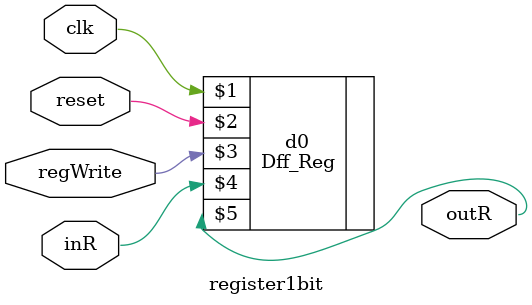
<source format=v>
/*##########################################################################################
Note: Please don’t upload the assignments, template file/solution and lab. manual on GitHub or others public repository. 
Kindly remove them, if you have uploaded the previous assignments. 
It violates the BITS’s Intellectual Property Rights (IPR).
*******************************************************************************************/


//The Dff_Reg will be used for making the pipeline registers


module register1bit(input clk, input reset, input regWrite, input inR, output outR);
    //WRITE YOUR CODE HERE, NO NEED TO DEFINE NEW VARIABLES
    Dff_Reg d0  (clk, reset, regWrite, inR,  outR);
endmodule	 


</source>
